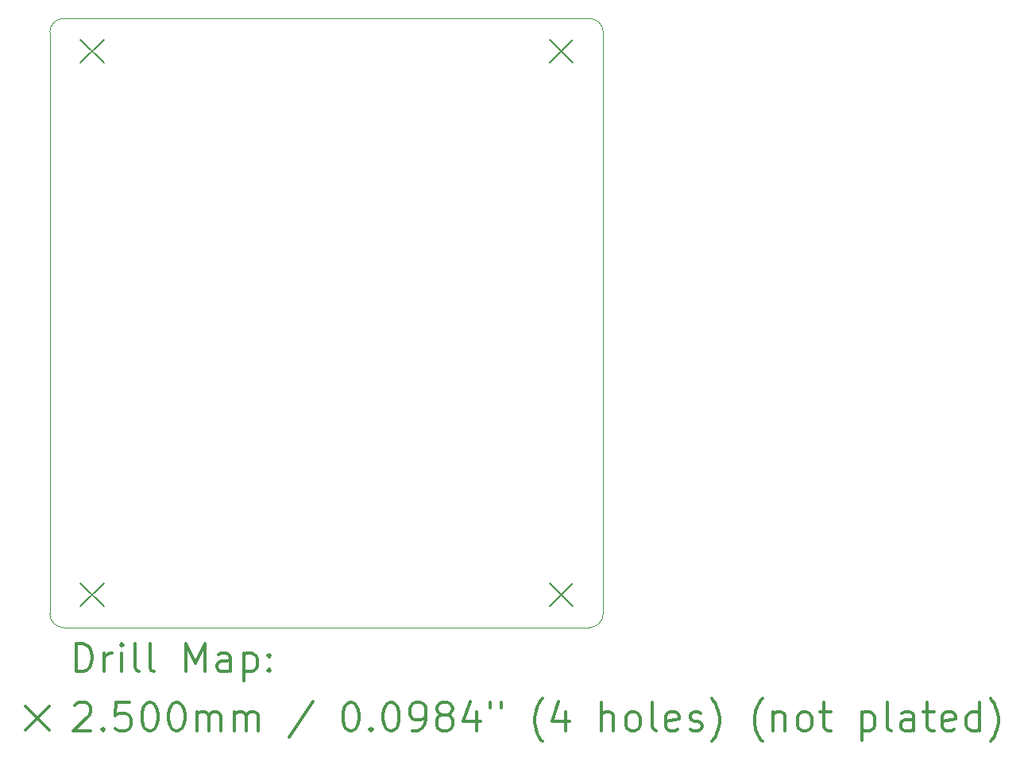
<source format=gbr>
%FSLAX45Y45*%
G04 Gerber Fmt 4.5, Leading zero omitted, Abs format (unit mm)*
G04 Created by KiCad (PCBNEW (5.1.10)-1) date 2022-04-09 19:23:54*
%MOMM*%
%LPD*%
G01*
G04 APERTURE LIST*
%TA.AperFunction,Profile*%
%ADD10C,0.100000*%
%TD*%
%ADD11C,0.200000*%
%ADD12C,0.300000*%
G04 APERTURE END LIST*
D10*
X9800000Y-7250000D02*
G75*
G02*
X9950000Y-7100000I150000J0D01*
G01*
X9950000Y-13600000D02*
G75*
G02*
X9800000Y-13450000I0J150000D01*
G01*
X15700000Y-13450000D02*
G75*
G02*
X15550000Y-13600000I-150000J0D01*
G01*
X9950000Y-7100000D02*
X15550000Y-7100000D01*
X9800000Y-13450000D02*
X9800000Y-7250000D01*
X15550000Y-13600000D02*
X9950000Y-13600000D01*
X15700000Y-7250000D02*
X15700000Y-13450000D01*
X15550000Y-7100000D02*
G75*
G02*
X15700000Y-7250000I0J-150000D01*
G01*
D11*
X10125000Y-7325000D02*
X10375000Y-7575000D01*
X10375000Y-7325000D02*
X10125000Y-7575000D01*
X10125000Y-13125000D02*
X10375000Y-13375000D01*
X10375000Y-13125000D02*
X10125000Y-13375000D01*
X15125000Y-7325000D02*
X15375000Y-7575000D01*
X15375000Y-7325000D02*
X15125000Y-7575000D01*
X15125000Y-13125000D02*
X15375000Y-13375000D01*
X15375000Y-13125000D02*
X15125000Y-13375000D01*
D12*
X10081428Y-14070714D02*
X10081428Y-13770714D01*
X10152857Y-13770714D01*
X10195714Y-13785000D01*
X10224286Y-13813571D01*
X10238571Y-13842143D01*
X10252857Y-13899286D01*
X10252857Y-13942143D01*
X10238571Y-13999286D01*
X10224286Y-14027857D01*
X10195714Y-14056429D01*
X10152857Y-14070714D01*
X10081428Y-14070714D01*
X10381428Y-14070714D02*
X10381428Y-13870714D01*
X10381428Y-13927857D02*
X10395714Y-13899286D01*
X10410000Y-13885000D01*
X10438571Y-13870714D01*
X10467143Y-13870714D01*
X10567143Y-14070714D02*
X10567143Y-13870714D01*
X10567143Y-13770714D02*
X10552857Y-13785000D01*
X10567143Y-13799286D01*
X10581428Y-13785000D01*
X10567143Y-13770714D01*
X10567143Y-13799286D01*
X10752857Y-14070714D02*
X10724286Y-14056429D01*
X10710000Y-14027857D01*
X10710000Y-13770714D01*
X10910000Y-14070714D02*
X10881428Y-14056429D01*
X10867143Y-14027857D01*
X10867143Y-13770714D01*
X11252857Y-14070714D02*
X11252857Y-13770714D01*
X11352857Y-13985000D01*
X11452857Y-13770714D01*
X11452857Y-14070714D01*
X11724286Y-14070714D02*
X11724286Y-13913571D01*
X11710000Y-13885000D01*
X11681428Y-13870714D01*
X11624286Y-13870714D01*
X11595714Y-13885000D01*
X11724286Y-14056429D02*
X11695714Y-14070714D01*
X11624286Y-14070714D01*
X11595714Y-14056429D01*
X11581428Y-14027857D01*
X11581428Y-13999286D01*
X11595714Y-13970714D01*
X11624286Y-13956429D01*
X11695714Y-13956429D01*
X11724286Y-13942143D01*
X11867143Y-13870714D02*
X11867143Y-14170714D01*
X11867143Y-13885000D02*
X11895714Y-13870714D01*
X11952857Y-13870714D01*
X11981428Y-13885000D01*
X11995714Y-13899286D01*
X12010000Y-13927857D01*
X12010000Y-14013571D01*
X11995714Y-14042143D01*
X11981428Y-14056429D01*
X11952857Y-14070714D01*
X11895714Y-14070714D01*
X11867143Y-14056429D01*
X12138571Y-14042143D02*
X12152857Y-14056429D01*
X12138571Y-14070714D01*
X12124286Y-14056429D01*
X12138571Y-14042143D01*
X12138571Y-14070714D01*
X12138571Y-13885000D02*
X12152857Y-13899286D01*
X12138571Y-13913571D01*
X12124286Y-13899286D01*
X12138571Y-13885000D01*
X12138571Y-13913571D01*
X9545000Y-14440000D02*
X9795000Y-14690000D01*
X9795000Y-14440000D02*
X9545000Y-14690000D01*
X10067143Y-14429286D02*
X10081428Y-14415000D01*
X10110000Y-14400714D01*
X10181428Y-14400714D01*
X10210000Y-14415000D01*
X10224286Y-14429286D01*
X10238571Y-14457857D01*
X10238571Y-14486429D01*
X10224286Y-14529286D01*
X10052857Y-14700714D01*
X10238571Y-14700714D01*
X10367143Y-14672143D02*
X10381428Y-14686429D01*
X10367143Y-14700714D01*
X10352857Y-14686429D01*
X10367143Y-14672143D01*
X10367143Y-14700714D01*
X10652857Y-14400714D02*
X10510000Y-14400714D01*
X10495714Y-14543571D01*
X10510000Y-14529286D01*
X10538571Y-14515000D01*
X10610000Y-14515000D01*
X10638571Y-14529286D01*
X10652857Y-14543571D01*
X10667143Y-14572143D01*
X10667143Y-14643571D01*
X10652857Y-14672143D01*
X10638571Y-14686429D01*
X10610000Y-14700714D01*
X10538571Y-14700714D01*
X10510000Y-14686429D01*
X10495714Y-14672143D01*
X10852857Y-14400714D02*
X10881428Y-14400714D01*
X10910000Y-14415000D01*
X10924286Y-14429286D01*
X10938571Y-14457857D01*
X10952857Y-14515000D01*
X10952857Y-14586429D01*
X10938571Y-14643571D01*
X10924286Y-14672143D01*
X10910000Y-14686429D01*
X10881428Y-14700714D01*
X10852857Y-14700714D01*
X10824286Y-14686429D01*
X10810000Y-14672143D01*
X10795714Y-14643571D01*
X10781428Y-14586429D01*
X10781428Y-14515000D01*
X10795714Y-14457857D01*
X10810000Y-14429286D01*
X10824286Y-14415000D01*
X10852857Y-14400714D01*
X11138571Y-14400714D02*
X11167143Y-14400714D01*
X11195714Y-14415000D01*
X11210000Y-14429286D01*
X11224286Y-14457857D01*
X11238571Y-14515000D01*
X11238571Y-14586429D01*
X11224286Y-14643571D01*
X11210000Y-14672143D01*
X11195714Y-14686429D01*
X11167143Y-14700714D01*
X11138571Y-14700714D01*
X11110000Y-14686429D01*
X11095714Y-14672143D01*
X11081428Y-14643571D01*
X11067143Y-14586429D01*
X11067143Y-14515000D01*
X11081428Y-14457857D01*
X11095714Y-14429286D01*
X11110000Y-14415000D01*
X11138571Y-14400714D01*
X11367143Y-14700714D02*
X11367143Y-14500714D01*
X11367143Y-14529286D02*
X11381428Y-14515000D01*
X11410000Y-14500714D01*
X11452857Y-14500714D01*
X11481428Y-14515000D01*
X11495714Y-14543571D01*
X11495714Y-14700714D01*
X11495714Y-14543571D02*
X11510000Y-14515000D01*
X11538571Y-14500714D01*
X11581428Y-14500714D01*
X11610000Y-14515000D01*
X11624286Y-14543571D01*
X11624286Y-14700714D01*
X11767143Y-14700714D02*
X11767143Y-14500714D01*
X11767143Y-14529286D02*
X11781428Y-14515000D01*
X11810000Y-14500714D01*
X11852857Y-14500714D01*
X11881428Y-14515000D01*
X11895714Y-14543571D01*
X11895714Y-14700714D01*
X11895714Y-14543571D02*
X11910000Y-14515000D01*
X11938571Y-14500714D01*
X11981428Y-14500714D01*
X12010000Y-14515000D01*
X12024286Y-14543571D01*
X12024286Y-14700714D01*
X12610000Y-14386429D02*
X12352857Y-14772143D01*
X12995714Y-14400714D02*
X13024286Y-14400714D01*
X13052857Y-14415000D01*
X13067143Y-14429286D01*
X13081428Y-14457857D01*
X13095714Y-14515000D01*
X13095714Y-14586429D01*
X13081428Y-14643571D01*
X13067143Y-14672143D01*
X13052857Y-14686429D01*
X13024286Y-14700714D01*
X12995714Y-14700714D01*
X12967143Y-14686429D01*
X12952857Y-14672143D01*
X12938571Y-14643571D01*
X12924286Y-14586429D01*
X12924286Y-14515000D01*
X12938571Y-14457857D01*
X12952857Y-14429286D01*
X12967143Y-14415000D01*
X12995714Y-14400714D01*
X13224286Y-14672143D02*
X13238571Y-14686429D01*
X13224286Y-14700714D01*
X13210000Y-14686429D01*
X13224286Y-14672143D01*
X13224286Y-14700714D01*
X13424286Y-14400714D02*
X13452857Y-14400714D01*
X13481428Y-14415000D01*
X13495714Y-14429286D01*
X13510000Y-14457857D01*
X13524286Y-14515000D01*
X13524286Y-14586429D01*
X13510000Y-14643571D01*
X13495714Y-14672143D01*
X13481428Y-14686429D01*
X13452857Y-14700714D01*
X13424286Y-14700714D01*
X13395714Y-14686429D01*
X13381428Y-14672143D01*
X13367143Y-14643571D01*
X13352857Y-14586429D01*
X13352857Y-14515000D01*
X13367143Y-14457857D01*
X13381428Y-14429286D01*
X13395714Y-14415000D01*
X13424286Y-14400714D01*
X13667143Y-14700714D02*
X13724286Y-14700714D01*
X13752857Y-14686429D01*
X13767143Y-14672143D01*
X13795714Y-14629286D01*
X13810000Y-14572143D01*
X13810000Y-14457857D01*
X13795714Y-14429286D01*
X13781428Y-14415000D01*
X13752857Y-14400714D01*
X13695714Y-14400714D01*
X13667143Y-14415000D01*
X13652857Y-14429286D01*
X13638571Y-14457857D01*
X13638571Y-14529286D01*
X13652857Y-14557857D01*
X13667143Y-14572143D01*
X13695714Y-14586429D01*
X13752857Y-14586429D01*
X13781428Y-14572143D01*
X13795714Y-14557857D01*
X13810000Y-14529286D01*
X13981428Y-14529286D02*
X13952857Y-14515000D01*
X13938571Y-14500714D01*
X13924286Y-14472143D01*
X13924286Y-14457857D01*
X13938571Y-14429286D01*
X13952857Y-14415000D01*
X13981428Y-14400714D01*
X14038571Y-14400714D01*
X14067143Y-14415000D01*
X14081428Y-14429286D01*
X14095714Y-14457857D01*
X14095714Y-14472143D01*
X14081428Y-14500714D01*
X14067143Y-14515000D01*
X14038571Y-14529286D01*
X13981428Y-14529286D01*
X13952857Y-14543571D01*
X13938571Y-14557857D01*
X13924286Y-14586429D01*
X13924286Y-14643571D01*
X13938571Y-14672143D01*
X13952857Y-14686429D01*
X13981428Y-14700714D01*
X14038571Y-14700714D01*
X14067143Y-14686429D01*
X14081428Y-14672143D01*
X14095714Y-14643571D01*
X14095714Y-14586429D01*
X14081428Y-14557857D01*
X14067143Y-14543571D01*
X14038571Y-14529286D01*
X14352857Y-14500714D02*
X14352857Y-14700714D01*
X14281428Y-14386429D02*
X14210000Y-14600714D01*
X14395714Y-14600714D01*
X14495714Y-14400714D02*
X14495714Y-14457857D01*
X14610000Y-14400714D02*
X14610000Y-14457857D01*
X15052857Y-14815000D02*
X15038571Y-14800714D01*
X15010000Y-14757857D01*
X14995714Y-14729286D01*
X14981428Y-14686429D01*
X14967143Y-14615000D01*
X14967143Y-14557857D01*
X14981428Y-14486429D01*
X14995714Y-14443571D01*
X15010000Y-14415000D01*
X15038571Y-14372143D01*
X15052857Y-14357857D01*
X15295714Y-14500714D02*
X15295714Y-14700714D01*
X15224286Y-14386429D02*
X15152857Y-14600714D01*
X15338571Y-14600714D01*
X15681428Y-14700714D02*
X15681428Y-14400714D01*
X15810000Y-14700714D02*
X15810000Y-14543571D01*
X15795714Y-14515000D01*
X15767143Y-14500714D01*
X15724286Y-14500714D01*
X15695714Y-14515000D01*
X15681428Y-14529286D01*
X15995714Y-14700714D02*
X15967143Y-14686429D01*
X15952857Y-14672143D01*
X15938571Y-14643571D01*
X15938571Y-14557857D01*
X15952857Y-14529286D01*
X15967143Y-14515000D01*
X15995714Y-14500714D01*
X16038571Y-14500714D01*
X16067143Y-14515000D01*
X16081428Y-14529286D01*
X16095714Y-14557857D01*
X16095714Y-14643571D01*
X16081428Y-14672143D01*
X16067143Y-14686429D01*
X16038571Y-14700714D01*
X15995714Y-14700714D01*
X16267143Y-14700714D02*
X16238571Y-14686429D01*
X16224286Y-14657857D01*
X16224286Y-14400714D01*
X16495714Y-14686429D02*
X16467143Y-14700714D01*
X16410000Y-14700714D01*
X16381428Y-14686429D01*
X16367143Y-14657857D01*
X16367143Y-14543571D01*
X16381428Y-14515000D01*
X16410000Y-14500714D01*
X16467143Y-14500714D01*
X16495714Y-14515000D01*
X16510000Y-14543571D01*
X16510000Y-14572143D01*
X16367143Y-14600714D01*
X16624286Y-14686429D02*
X16652857Y-14700714D01*
X16710000Y-14700714D01*
X16738571Y-14686429D01*
X16752857Y-14657857D01*
X16752857Y-14643571D01*
X16738571Y-14615000D01*
X16710000Y-14600714D01*
X16667143Y-14600714D01*
X16638571Y-14586429D01*
X16624286Y-14557857D01*
X16624286Y-14543571D01*
X16638571Y-14515000D01*
X16667143Y-14500714D01*
X16710000Y-14500714D01*
X16738571Y-14515000D01*
X16852857Y-14815000D02*
X16867143Y-14800714D01*
X16895714Y-14757857D01*
X16910000Y-14729286D01*
X16924286Y-14686429D01*
X16938571Y-14615000D01*
X16938571Y-14557857D01*
X16924286Y-14486429D01*
X16910000Y-14443571D01*
X16895714Y-14415000D01*
X16867143Y-14372143D01*
X16852857Y-14357857D01*
X17395714Y-14815000D02*
X17381428Y-14800714D01*
X17352857Y-14757857D01*
X17338571Y-14729286D01*
X17324286Y-14686429D01*
X17310000Y-14615000D01*
X17310000Y-14557857D01*
X17324286Y-14486429D01*
X17338571Y-14443571D01*
X17352857Y-14415000D01*
X17381428Y-14372143D01*
X17395714Y-14357857D01*
X17510000Y-14500714D02*
X17510000Y-14700714D01*
X17510000Y-14529286D02*
X17524286Y-14515000D01*
X17552857Y-14500714D01*
X17595714Y-14500714D01*
X17624286Y-14515000D01*
X17638571Y-14543571D01*
X17638571Y-14700714D01*
X17824286Y-14700714D02*
X17795714Y-14686429D01*
X17781428Y-14672143D01*
X17767143Y-14643571D01*
X17767143Y-14557857D01*
X17781428Y-14529286D01*
X17795714Y-14515000D01*
X17824286Y-14500714D01*
X17867143Y-14500714D01*
X17895714Y-14515000D01*
X17910000Y-14529286D01*
X17924286Y-14557857D01*
X17924286Y-14643571D01*
X17910000Y-14672143D01*
X17895714Y-14686429D01*
X17867143Y-14700714D01*
X17824286Y-14700714D01*
X18010000Y-14500714D02*
X18124286Y-14500714D01*
X18052857Y-14400714D02*
X18052857Y-14657857D01*
X18067143Y-14686429D01*
X18095714Y-14700714D01*
X18124286Y-14700714D01*
X18452857Y-14500714D02*
X18452857Y-14800714D01*
X18452857Y-14515000D02*
X18481428Y-14500714D01*
X18538571Y-14500714D01*
X18567143Y-14515000D01*
X18581428Y-14529286D01*
X18595714Y-14557857D01*
X18595714Y-14643571D01*
X18581428Y-14672143D01*
X18567143Y-14686429D01*
X18538571Y-14700714D01*
X18481428Y-14700714D01*
X18452857Y-14686429D01*
X18767143Y-14700714D02*
X18738571Y-14686429D01*
X18724286Y-14657857D01*
X18724286Y-14400714D01*
X19010000Y-14700714D02*
X19010000Y-14543571D01*
X18995714Y-14515000D01*
X18967143Y-14500714D01*
X18910000Y-14500714D01*
X18881428Y-14515000D01*
X19010000Y-14686429D02*
X18981428Y-14700714D01*
X18910000Y-14700714D01*
X18881428Y-14686429D01*
X18867143Y-14657857D01*
X18867143Y-14629286D01*
X18881428Y-14600714D01*
X18910000Y-14586429D01*
X18981428Y-14586429D01*
X19010000Y-14572143D01*
X19110000Y-14500714D02*
X19224286Y-14500714D01*
X19152857Y-14400714D02*
X19152857Y-14657857D01*
X19167143Y-14686429D01*
X19195714Y-14700714D01*
X19224286Y-14700714D01*
X19438571Y-14686429D02*
X19410000Y-14700714D01*
X19352857Y-14700714D01*
X19324286Y-14686429D01*
X19310000Y-14657857D01*
X19310000Y-14543571D01*
X19324286Y-14515000D01*
X19352857Y-14500714D01*
X19410000Y-14500714D01*
X19438571Y-14515000D01*
X19452857Y-14543571D01*
X19452857Y-14572143D01*
X19310000Y-14600714D01*
X19710000Y-14700714D02*
X19710000Y-14400714D01*
X19710000Y-14686429D02*
X19681428Y-14700714D01*
X19624286Y-14700714D01*
X19595714Y-14686429D01*
X19581428Y-14672143D01*
X19567143Y-14643571D01*
X19567143Y-14557857D01*
X19581428Y-14529286D01*
X19595714Y-14515000D01*
X19624286Y-14500714D01*
X19681428Y-14500714D01*
X19710000Y-14515000D01*
X19824286Y-14815000D02*
X19838571Y-14800714D01*
X19867143Y-14757857D01*
X19881428Y-14729286D01*
X19895714Y-14686429D01*
X19910000Y-14615000D01*
X19910000Y-14557857D01*
X19895714Y-14486429D01*
X19881428Y-14443571D01*
X19867143Y-14415000D01*
X19838571Y-14372143D01*
X19824286Y-14357857D01*
M02*

</source>
